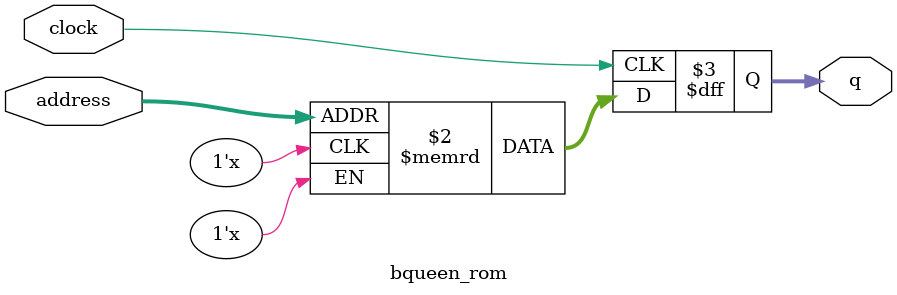
<source format=sv>
module bqueen_rom (
	input logic clock,
	input logic [11:0] address,
	output logic [1:0] q
);

logic [1:0] memory [0:3024] /* synthesis ram_init_file = "./bqueen/bqueen.COE" */;

always_ff @ (posedge clock) begin
	q <= memory[address];
end

endmodule

</source>
